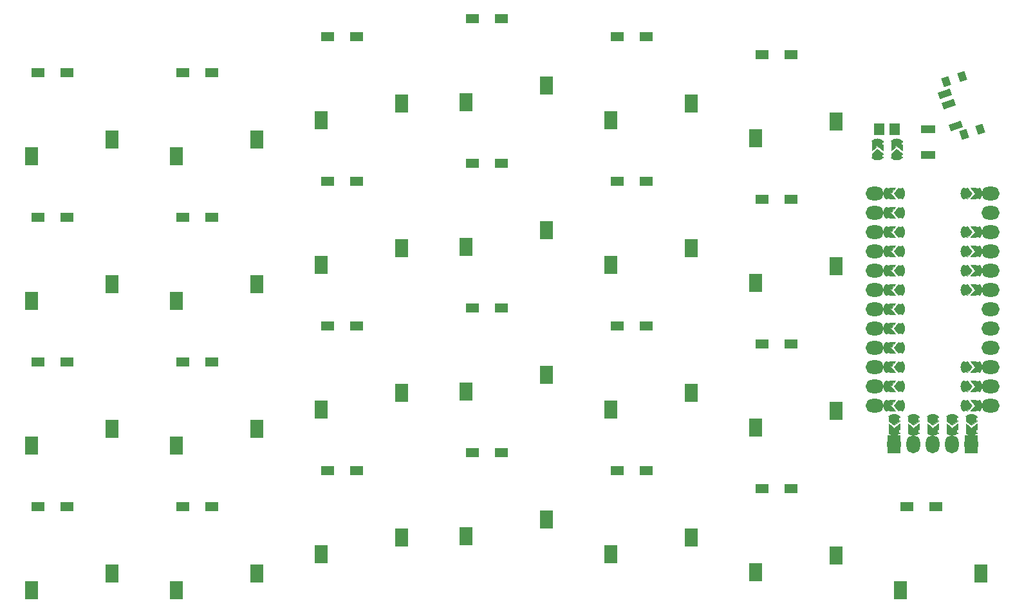
<source format=gbr>
G04 --- HEADER BEGIN --- *
G04 #@! TF.GenerationSoftware,LibrePCB,LibrePCB,0.1.7*
G04 #@! TF.CreationDate,2023-07-24T22:05:17*
G04 #@! TF.ProjectId,kbdkid3,8968376b-f35a-430f-8fb1-af8ab2fa8879,v1*
G04 #@! TF.Part,Single*
G04 #@! TF.SameCoordinates*
G04 #@! TF.FileFunction,Soldermask,Top*
G04 #@! TF.FilePolarity,Negative*
%FSLAX66Y66*%
%MOMM*%
G01*
G75*
G04 --- HEADER END --- *
G04 --- APERTURE LIST BEGIN --- *
%ADD10R,1.8X2.4*%
%ADD11R,1.45X0.6*%
%ADD12C,0.0*%
%ADD13C,0.01*%
%ADD14O,1.4X1.5*%
%ADD15R,1.4X1.5*%
%ADD16R,1.7X1.15*%
%ADD17O,1.787X2.39*%
%ADD18R,1.787X2.39*%
%ADD19R,0.6X1.45*%
%ADD20O,2.39X1.787*%
%ADD21R,1.9X1.0*%
%AMROTATEDRECT22*20,1,0.9,-0.85,0.0,0.85,0.0,19.0*%
%ADD22ROTATEDRECT22*%
%AMROTATEDRECT23*20,1,1.0,-0.6,0.0,0.6,0.0,109.0*%
%ADD23ROTATEDRECT23*%
G04 --- APERTURE LIST END --- *
G04 --- BOARD BEGIN --- *
D10*
G04 #@! TO.C,S253*
X35898750Y5507500D03*
X25298750Y3307500D03*
D11*
G04 #@! TO.C,JP23*
X129928750Y24282500D03*
X129928750Y25882500D03*
D12*
X129203750Y23982500D02*
G03*
X130653750Y23982500I725000J725000D01*
G01*
X130653750Y24082500D01*
X129203750Y24082500D01*
X129203750Y23982500D01*
D13*
G36*
X129203750Y23982500D02*
G03*
X130653750Y23982500I725000J725000D01*
G01*
X130653750Y24082500D01*
X129203750Y24082500D01*
X129203750Y23982500D01*
G37*
D12*
X129203750Y26182500D02*
G02*
X130653750Y26182500I725000J-725000D01*
G01*
X130653750Y26082500D01*
X129203750Y26082500D01*
X129203750Y26182500D01*
D13*
G36*
X129203750Y26182500D02*
G02*
X130653750Y26182500I725000J-725000D01*
G01*
X130653750Y26082500D01*
X129203750Y26082500D01*
X129203750Y26182500D01*
G37*
D12*
X129928750Y25032500D02*
X129203750Y25612500D01*
X129203750Y25612500D01*
X129203750Y25682500D01*
X130653750Y25682500D01*
X130653750Y25612500D01*
X130653750Y25612500D01*
X129928750Y25032500D01*
D13*
G36*
X129928750Y25032500D02*
X129203750Y25612500D01*
X129203750Y25612500D01*
X129203750Y25682500D01*
X130653750Y25682500D01*
X130653750Y25612500D01*
X130653750Y25612500D01*
X129928750Y25032500D01*
G37*
D12*
X129203750Y24482500D02*
X129203750Y25212500D01*
X129928750Y24632500D01*
X130653750Y25212500D01*
X130653750Y24482500D01*
X129203750Y24482500D01*
D13*
G36*
X129203750Y24482500D02*
X129203750Y25212500D01*
X129928750Y24632500D01*
X130653750Y25212500D01*
X130653750Y24482500D01*
X129203750Y24482500D01*
G37*
D10*
G04 #@! TO.C,S240*
X54948750Y67420000D03*
X44348750Y65220000D03*
D14*
G04 #@! TO.C,J2*
X119824375Y63986875D03*
D15*
X117824375Y63986875D03*
D10*
G04 #@! TO.C,S203*
X131148750Y5507500D03*
X120548750Y3307500D03*
D14*
G04 #@! TO.C,J1*
X117824375Y63986875D03*
D15*
X119824375Y63986875D03*
D16*
G04 #@! TO.C,D153*
X102423750Y16668750D03*
X106173750Y16668750D03*
D17*
G04 #@! TO.C,DS2*
X124848750Y22542500D03*
X122308750Y22542500D03*
X119768750Y22542500D03*
X127388750Y22542500D03*
D18*
X129928750Y22542500D03*
D10*
G04 #@! TO.C,S211*
X112098750Y45988750D03*
X101498750Y43788750D03*
D19*
G04 #@! TO.C,JP6*
X130728750Y27622500D03*
X129128750Y27622500D03*
D12*
X131028750Y26897500D02*
G03*
X131028750Y28347500I-725000J725000D01*
G01*
X130928750Y28347500D01*
X130928750Y26897500D01*
X131028750Y26897500D01*
D13*
G36*
X131028750Y26897500D02*
G03*
X131028750Y28347500I-725000J725000D01*
G01*
X130928750Y28347500D01*
X130928750Y26897500D01*
X131028750Y26897500D01*
G37*
D12*
X128828750Y26897500D02*
G02*
X128828750Y28347500I725000J725000D01*
G01*
X128928750Y28347500D01*
X128928750Y26897500D01*
X128828750Y26897500D01*
D13*
G36*
X128828750Y26897500D02*
G02*
X128828750Y28347500I725000J725000D01*
G01*
X128928750Y28347500D01*
X128928750Y26897500D01*
X128828750Y26897500D01*
G37*
D12*
X129978750Y27622500D02*
X129398750Y26897500D01*
X129398750Y26897500D01*
X129328750Y26897500D01*
X129328750Y28347500D01*
X129398750Y28347500D01*
X129398750Y28347500D01*
X129978750Y27622500D01*
D13*
G36*
X129978750Y27622500D02*
X129398750Y26897500D01*
X129398750Y26897500D01*
X129328750Y26897500D01*
X129328750Y28347500D01*
X129398750Y28347500D01*
X129398750Y28347500D01*
X129978750Y27622500D01*
G37*
D12*
X130528750Y26897500D02*
X129798750Y26897500D01*
X130378750Y27622500D01*
X129798750Y28347500D01*
X130528750Y28347500D01*
X130528750Y26897500D01*
D13*
G36*
X130528750Y26897500D02*
X129798750Y26897500D01*
X130378750Y27622500D01*
X129798750Y28347500D01*
X130528750Y28347500D01*
X130528750Y26897500D01*
G37*
D10*
G04 #@! TO.C,S263*
X16848750Y5507500D03*
X6248750Y3307500D03*
G04 #@! TO.C,S241*
X54948750Y48370000D03*
X44348750Y46170000D03*
G04 #@! TO.C,S262*
X16848750Y24557500D03*
X6248750Y22357500D03*
D16*
G04 #@! TO.C,D141*
X83373750Y57150000D03*
X87123750Y57150000D03*
G04 #@! TO.C,D100*
X7173750Y71437500D03*
X10923750Y71437500D03*
G04 #@! TO.C,D163*
X121473750Y14287500D03*
X125223750Y14287500D03*
D10*
G04 #@! TO.C,S261*
X16848750Y43607500D03*
X6248750Y41407500D03*
D20*
G04 #@! TO.C,U1*
X117228750Y45402500D03*
X117228750Y37782500D03*
X132468750Y42862500D03*
X132468750Y35242500D03*
X132468750Y30162500D03*
X117228750Y55562500D03*
X117228750Y32702500D03*
X132468750Y55562500D03*
X132468750Y53022500D03*
X117228750Y50482500D03*
X132468750Y40322500D03*
X132468750Y32702500D03*
X117228750Y30162500D03*
X132468750Y50482500D03*
X132468750Y37782500D03*
X132468750Y45402500D03*
X117228750Y42862500D03*
X117228750Y40322500D03*
X132468750Y27622500D03*
X117228750Y47942500D03*
X117228750Y53022500D03*
X117228750Y27622500D03*
X117228750Y35242500D03*
X132468750Y47942500D03*
D10*
G04 #@! TO.C,S213*
X112098750Y7888750D03*
X101498750Y5688750D03*
D19*
G04 #@! TO.C,JP16*
X118968750Y53022500D03*
X120568750Y53022500D03*
D12*
X118668750Y53747500D02*
G03*
X118668750Y52297500I725000J-725000D01*
G01*
X118768750Y52297500D01*
X118768750Y53747500D01*
X118668750Y53747500D01*
D13*
G36*
X118668750Y53747500D02*
G03*
X118668750Y52297500I725000J-725000D01*
G01*
X118768750Y52297500D01*
X118768750Y53747500D01*
X118668750Y53747500D01*
G37*
D12*
X120868750Y53747500D02*
G02*
X120868750Y52297500I-725000J-725000D01*
G01*
X120768750Y52297500D01*
X120768750Y53747500D01*
X120868750Y53747500D01*
D13*
G36*
X120868750Y53747500D02*
G02*
X120868750Y52297500I-725000J-725000D01*
G01*
X120768750Y52297500D01*
X120768750Y53747500D01*
X120868750Y53747500D01*
G37*
D12*
X119718750Y53022500D02*
X120298750Y53747500D01*
X120298750Y53747500D01*
X120368750Y53747500D01*
X120368750Y52297500D01*
X120298750Y52297500D01*
X120298750Y52297500D01*
X119718750Y53022500D01*
D13*
G36*
X119718750Y53022500D02*
X120298750Y53747500D01*
X120298750Y53747500D01*
X120368750Y53747500D01*
X120368750Y52297500D01*
X120298750Y52297500D01*
X120298750Y52297500D01*
X119718750Y53022500D01*
G37*
D12*
X119168750Y53747500D02*
X119898750Y53747500D01*
X119318750Y53022500D01*
X119898750Y52297500D01*
X119168750Y52297500D01*
X119168750Y53747500D01*
D13*
G36*
X119168750Y53747500D02*
X119898750Y53747500D01*
X119318750Y53022500D01*
X119898750Y52297500D01*
X119168750Y52297500D01*
X119168750Y53747500D01*
G37*
D10*
G04 #@! TO.C,S220*
X93048750Y67420000D03*
X82448750Y65220000D03*
G04 #@! TO.C,S221*
X93048750Y48370000D03*
X82448750Y46170000D03*
G04 #@! TO.C,S231*
X73998750Y50751250D03*
X63398750Y48551250D03*
D21*
G04 #@! TO.C,S3*
X124221875Y64009375D03*
X124221875Y60609375D03*
D19*
G04 #@! TO.C,JP3*
X130728750Y42862500D03*
X129128750Y42862500D03*
D12*
X131028750Y42137500D02*
G03*
X131028750Y43587500I-725000J725000D01*
G01*
X130928750Y43587500D01*
X130928750Y42137500D01*
X131028750Y42137500D01*
D13*
G36*
X131028750Y42137500D02*
G03*
X131028750Y43587500I-725000J725000D01*
G01*
X130928750Y43587500D01*
X130928750Y42137500D01*
X131028750Y42137500D01*
G37*
D12*
X128828750Y42137500D02*
G02*
X128828750Y43587500I725000J725000D01*
G01*
X128928750Y43587500D01*
X128928750Y42137500D01*
X128828750Y42137500D01*
D13*
G36*
X128828750Y42137500D02*
G02*
X128828750Y43587500I725000J725000D01*
G01*
X128928750Y43587500D01*
X128928750Y42137500D01*
X128828750Y42137500D01*
G37*
D12*
X129978750Y42862500D02*
X129398750Y42137500D01*
X129398750Y42137500D01*
X129328750Y42137500D01*
X129328750Y43587500D01*
X129398750Y43587500D01*
X129398750Y43587500D01*
X129978750Y42862500D01*
D13*
G36*
X129978750Y42862500D02*
X129398750Y42137500D01*
X129398750Y42137500D01*
X129328750Y42137500D01*
X129328750Y43587500D01*
X129398750Y43587500D01*
X129398750Y43587500D01*
X129978750Y42862500D01*
G37*
D12*
X130528750Y42137500D02*
X129798750Y42137500D01*
X130378750Y42862500D01*
X129798750Y43587500D01*
X130528750Y43587500D01*
X130528750Y42137500D01*
D13*
G36*
X130528750Y42137500D02*
X129798750Y42137500D01*
X130378750Y42862500D01*
X129798750Y43587500D01*
X130528750Y43587500D01*
X130528750Y42137500D01*
G37*
D19*
G04 #@! TO.C,JP13*
X118968750Y42862500D03*
X120568750Y42862500D03*
D12*
X118668750Y43587500D02*
G03*
X118668750Y42137500I725000J-725000D01*
G01*
X118768750Y42137500D01*
X118768750Y43587500D01*
X118668750Y43587500D01*
D13*
G36*
X118668750Y43587500D02*
G03*
X118668750Y42137500I725000J-725000D01*
G01*
X118768750Y42137500D01*
X118768750Y43587500D01*
X118668750Y43587500D01*
G37*
D12*
X120868750Y43587500D02*
G02*
X120868750Y42137500I-725000J-725000D01*
G01*
X120768750Y42137500D01*
X120768750Y43587500D01*
X120868750Y43587500D01*
D13*
G36*
X120868750Y43587500D02*
G02*
X120868750Y42137500I-725000J-725000D01*
G01*
X120768750Y42137500D01*
X120768750Y43587500D01*
X120868750Y43587500D01*
G37*
D12*
X119718750Y42862500D02*
X120298750Y43587500D01*
X120298750Y43587500D01*
X120368750Y43587500D01*
X120368750Y42137500D01*
X120298750Y42137500D01*
X120298750Y42137500D01*
X119718750Y42862500D01*
D13*
G36*
X119718750Y42862500D02*
X120298750Y43587500D01*
X120298750Y43587500D01*
X120368750Y43587500D01*
X120368750Y42137500D01*
X120298750Y42137500D01*
X120298750Y42137500D01*
X119718750Y42862500D01*
G37*
D12*
X119168750Y43587500D02*
X119898750Y43587500D01*
X119318750Y42862500D01*
X119898750Y42137500D01*
X119168750Y42137500D01*
X119168750Y43587500D01*
D13*
G36*
X119168750Y43587500D02*
X119898750Y43587500D01*
X119318750Y42862500D01*
X119898750Y42137500D01*
X119168750Y42137500D01*
X119168750Y43587500D01*
G37*
D16*
G04 #@! TO.C,D142*
X83373750Y38100000D03*
X87123750Y38100000D03*
D19*
G04 #@! TO.C,JP11*
X118968750Y37782500D03*
X120568750Y37782500D03*
D12*
X118668750Y38507500D02*
G03*
X118668750Y37057500I725000J-725000D01*
G01*
X118768750Y37057500D01*
X118768750Y38507500D01*
X118668750Y38507500D01*
D13*
G36*
X118668750Y38507500D02*
G03*
X118668750Y37057500I725000J-725000D01*
G01*
X118768750Y37057500D01*
X118768750Y38507500D01*
X118668750Y38507500D01*
G37*
D12*
X120868750Y38507500D02*
G02*
X120868750Y37057500I-725000J-725000D01*
G01*
X120768750Y37057500D01*
X120768750Y38507500D01*
X120868750Y38507500D01*
D13*
G36*
X120868750Y38507500D02*
G02*
X120868750Y37057500I-725000J-725000D01*
G01*
X120768750Y37057500D01*
X120768750Y38507500D01*
X120868750Y38507500D01*
G37*
D12*
X119718750Y37782500D02*
X120298750Y38507500D01*
X120298750Y38507500D01*
X120368750Y38507500D01*
X120368750Y37057500D01*
X120298750Y37057500D01*
X120298750Y37057500D01*
X119718750Y37782500D01*
D13*
G36*
X119718750Y37782500D02*
X120298750Y38507500D01*
X120298750Y38507500D01*
X120368750Y38507500D01*
X120368750Y37057500D01*
X120298750Y37057500D01*
X120298750Y37057500D01*
X119718750Y37782500D01*
G37*
D12*
X119168750Y38507500D02*
X119898750Y38507500D01*
X119318750Y37782500D01*
X119898750Y37057500D01*
X119168750Y37057500D01*
X119168750Y38507500D01*
D13*
G36*
X119168750Y38507500D02*
X119898750Y38507500D01*
X119318750Y37782500D01*
X119898750Y37057500D01*
X119168750Y37057500D01*
X119168750Y38507500D01*
G37*
D16*
G04 #@! TO.C,D103*
X7173750Y14287500D03*
X10923750Y14287500D03*
G04 #@! TO.C,D133*
X64323750Y21431250D03*
X68073750Y21431250D03*
D19*
G04 #@! TO.C,JP52*
X130728750Y47942500D03*
X129128750Y47942500D03*
D12*
X131028750Y47217500D02*
G03*
X131028750Y48667500I-725000J725000D01*
G01*
X130928750Y48667500D01*
X130928750Y47217500D01*
X131028750Y47217500D01*
D13*
G36*
X131028750Y47217500D02*
G03*
X131028750Y48667500I-725000J725000D01*
G01*
X130928750Y48667500D01*
X130928750Y47217500D01*
X131028750Y47217500D01*
G37*
D12*
X128828750Y47217500D02*
G02*
X128828750Y48667500I725000J725000D01*
G01*
X128928750Y48667500D01*
X128928750Y47217500D01*
X128828750Y47217500D01*
D13*
G36*
X128828750Y47217500D02*
G02*
X128828750Y48667500I725000J725000D01*
G01*
X128928750Y48667500D01*
X128928750Y47217500D01*
X128828750Y47217500D01*
G37*
D12*
X129978750Y47942500D02*
X129398750Y47217500D01*
X129398750Y47217500D01*
X129328750Y47217500D01*
X129328750Y48667500D01*
X129398750Y48667500D01*
X129398750Y48667500D01*
X129978750Y47942500D01*
D13*
G36*
X129978750Y47942500D02*
X129398750Y47217500D01*
X129398750Y47217500D01*
X129328750Y47217500D01*
X129328750Y48667500D01*
X129398750Y48667500D01*
X129398750Y48667500D01*
X129978750Y47942500D01*
G37*
D12*
X130528750Y47217500D02*
X129798750Y47217500D01*
X130378750Y47942500D01*
X129798750Y48667500D01*
X130528750Y48667500D01*
X130528750Y47217500D01*
D13*
G36*
X130528750Y47217500D02*
X129798750Y47217500D01*
X130378750Y47942500D01*
X129798750Y48667500D01*
X130528750Y48667500D01*
X130528750Y47217500D01*
G37*
D16*
G04 #@! TO.C,D143*
X83373750Y19050000D03*
X87123750Y19050000D03*
D22*
G04 #@! TO.C,S1*
X127903496Y64454089D03*
X126926791Y67290645D03*
D23*
X128677372Y70960518D03*
X131054019Y64058232D03*
X128973878Y63341982D03*
D22*
X126438439Y68708923D03*
D23*
X126597231Y70244268D03*
D10*
G04 #@! TO.C,S242*
X54948750Y29320000D03*
X44348750Y27120000D03*
D19*
G04 #@! TO.C,JP18*
X118968750Y47942500D03*
X120568750Y47942500D03*
D12*
X118668750Y48667500D02*
G03*
X118668750Y47217500I725000J-725000D01*
G01*
X118768750Y47217500D01*
X118768750Y48667500D01*
X118668750Y48667500D01*
D13*
G36*
X118668750Y48667500D02*
G03*
X118668750Y47217500I725000J-725000D01*
G01*
X118768750Y47217500D01*
X118768750Y48667500D01*
X118668750Y48667500D01*
G37*
D12*
X120868750Y48667500D02*
G02*
X120868750Y47217500I-725000J-725000D01*
G01*
X120768750Y47217500D01*
X120768750Y48667500D01*
X120868750Y48667500D01*
D13*
G36*
X120868750Y48667500D02*
G02*
X120868750Y47217500I-725000J-725000D01*
G01*
X120768750Y47217500D01*
X120768750Y48667500D01*
X120868750Y48667500D01*
G37*
D12*
X119718750Y47942500D02*
X120298750Y48667500D01*
X120298750Y48667500D01*
X120368750Y48667500D01*
X120368750Y47217500D01*
X120298750Y47217500D01*
X120298750Y47217500D01*
X119718750Y47942500D01*
D13*
G36*
X119718750Y47942500D02*
X120298750Y48667500D01*
X120298750Y48667500D01*
X120368750Y48667500D01*
X120368750Y47217500D01*
X120298750Y47217500D01*
X120298750Y47217500D01*
X119718750Y47942500D01*
G37*
D12*
X119168750Y48667500D02*
X119898750Y48667500D01*
X119318750Y47942500D01*
X119898750Y47217500D01*
X119168750Y47217500D01*
X119168750Y48667500D01*
D13*
G36*
X119168750Y48667500D02*
X119898750Y48667500D01*
X119318750Y47942500D01*
X119898750Y47217500D01*
X119168750Y47217500D01*
X119168750Y48667500D01*
G37*
D10*
G04 #@! TO.C,S233*
X73998750Y12651250D03*
X63398750Y10451250D03*
D16*
G04 #@! TO.C,D112*
X26223750Y33337500D03*
X29973750Y33337500D03*
G04 #@! TO.C,D152*
X102423750Y35718750D03*
X106173750Y35718750D03*
D19*
G04 #@! TO.C,JP12*
X118968750Y40322500D03*
X120568750Y40322500D03*
D12*
X118668750Y41047500D02*
G03*
X118668750Y39597500I725000J-725000D01*
G01*
X118768750Y39597500D01*
X118768750Y41047500D01*
X118668750Y41047500D01*
D13*
G36*
X118668750Y41047500D02*
G03*
X118668750Y39597500I725000J-725000D01*
G01*
X118768750Y39597500D01*
X118768750Y41047500D01*
X118668750Y41047500D01*
G37*
D12*
X120868750Y41047500D02*
G02*
X120868750Y39597500I-725000J-725000D01*
G01*
X120768750Y39597500D01*
X120768750Y41047500D01*
X120868750Y41047500D01*
D13*
G36*
X120868750Y41047500D02*
G02*
X120868750Y39597500I-725000J-725000D01*
G01*
X120768750Y39597500D01*
X120768750Y41047500D01*
X120868750Y41047500D01*
G37*
D12*
X119718750Y40322500D02*
X120298750Y41047500D01*
X120298750Y41047500D01*
X120368750Y41047500D01*
X120368750Y39597500D01*
X120298750Y39597500D01*
X120298750Y39597500D01*
X119718750Y40322500D01*
D13*
G36*
X119718750Y40322500D02*
X120298750Y41047500D01*
X120298750Y41047500D01*
X120368750Y41047500D01*
X120368750Y39597500D01*
X120298750Y39597500D01*
X120298750Y39597500D01*
X119718750Y40322500D01*
G37*
D12*
X119168750Y41047500D02*
X119898750Y41047500D01*
X119318750Y40322500D01*
X119898750Y39597500D01*
X119168750Y39597500D01*
X119168750Y41047500D01*
D13*
G36*
X119168750Y41047500D02*
X119898750Y41047500D01*
X119318750Y40322500D01*
X119898750Y39597500D01*
X119168750Y39597500D01*
X119168750Y41047500D01*
G37*
D16*
G04 #@! TO.C,D113*
X26223750Y14287500D03*
X29973750Y14287500D03*
G04 #@! TO.C,D150*
X102423750Y73818750D03*
X106173750Y73818750D03*
D10*
G04 #@! TO.C,S251*
X35898750Y43607500D03*
X25298750Y41407500D03*
D16*
G04 #@! TO.C,D140*
X83373750Y76200000D03*
X87123750Y76200000D03*
D19*
G04 #@! TO.C,JP8*
X118968750Y32702500D03*
X120568750Y32702500D03*
D12*
X118668750Y33427500D02*
G03*
X118668750Y31977500I725000J-725000D01*
G01*
X118768750Y31977500D01*
X118768750Y33427500D01*
X118668750Y33427500D01*
D13*
G36*
X118668750Y33427500D02*
G03*
X118668750Y31977500I725000J-725000D01*
G01*
X118768750Y31977500D01*
X118768750Y33427500D01*
X118668750Y33427500D01*
G37*
D12*
X120868750Y33427500D02*
G02*
X120868750Y31977500I-725000J-725000D01*
G01*
X120768750Y31977500D01*
X120768750Y33427500D01*
X120868750Y33427500D01*
D13*
G36*
X120868750Y33427500D02*
G02*
X120868750Y31977500I-725000J-725000D01*
G01*
X120768750Y31977500D01*
X120768750Y33427500D01*
X120868750Y33427500D01*
G37*
D12*
X119718750Y32702500D02*
X120298750Y33427500D01*
X120298750Y33427500D01*
X120368750Y33427500D01*
X120368750Y31977500D01*
X120298750Y31977500D01*
X120298750Y31977500D01*
X119718750Y32702500D01*
D13*
G36*
X119718750Y32702500D02*
X120298750Y33427500D01*
X120298750Y33427500D01*
X120368750Y33427500D01*
X120368750Y31977500D01*
X120298750Y31977500D01*
X120298750Y31977500D01*
X119718750Y32702500D01*
G37*
D12*
X119168750Y33427500D02*
X119898750Y33427500D01*
X119318750Y32702500D01*
X119898750Y31977500D01*
X119168750Y31977500D01*
X119168750Y33427500D01*
D13*
G36*
X119168750Y33427500D02*
X119898750Y33427500D01*
X119318750Y32702500D01*
X119898750Y31977500D01*
X119168750Y31977500D01*
X119168750Y33427500D01*
G37*
D16*
G04 #@! TO.C,D131*
X64323750Y59531250D03*
X68073750Y59531250D03*
G04 #@! TO.C,D122*
X45273750Y38100000D03*
X49023750Y38100000D03*
D10*
G04 #@! TO.C,S230*
X73998750Y69801250D03*
X63398750Y67601250D03*
D19*
G04 #@! TO.C,JP7*
X118968750Y27622500D03*
X120568750Y27622500D03*
D12*
X118668750Y28347500D02*
G03*
X118668750Y26897500I725000J-725000D01*
G01*
X118768750Y26897500D01*
X118768750Y28347500D01*
X118668750Y28347500D01*
D13*
G36*
X118668750Y28347500D02*
G03*
X118668750Y26897500I725000J-725000D01*
G01*
X118768750Y26897500D01*
X118768750Y28347500D01*
X118668750Y28347500D01*
G37*
D12*
X120868750Y28347500D02*
G02*
X120868750Y26897500I-725000J-725000D01*
G01*
X120768750Y26897500D01*
X120768750Y28347500D01*
X120868750Y28347500D01*
D13*
G36*
X120868750Y28347500D02*
G02*
X120868750Y26897500I-725000J-725000D01*
G01*
X120768750Y26897500D01*
X120768750Y28347500D01*
X120868750Y28347500D01*
G37*
D12*
X119718750Y27622500D02*
X120298750Y28347500D01*
X120298750Y28347500D01*
X120368750Y28347500D01*
X120368750Y26897500D01*
X120298750Y26897500D01*
X120298750Y26897500D01*
X119718750Y27622500D01*
D13*
G36*
X119718750Y27622500D02*
X120298750Y28347500D01*
X120298750Y28347500D01*
X120368750Y28347500D01*
X120368750Y26897500D01*
X120298750Y26897500D01*
X120298750Y26897500D01*
X119718750Y27622500D01*
G37*
D12*
X119168750Y28347500D02*
X119898750Y28347500D01*
X119318750Y27622500D01*
X119898750Y26897500D01*
X119168750Y26897500D01*
X119168750Y28347500D01*
D13*
G36*
X119168750Y28347500D02*
X119898750Y28347500D01*
X119318750Y27622500D01*
X119898750Y26897500D01*
X119168750Y26897500D01*
X119168750Y28347500D01*
G37*
D16*
G04 #@! TO.C,D123*
X45273750Y19050000D03*
X49023750Y19050000D03*
D10*
G04 #@! TO.C,S250*
X35898750Y62657500D03*
X25298750Y60457500D03*
G04 #@! TO.C,S222*
X93048750Y29320000D03*
X82448750Y27120000D03*
G04 #@! TO.C,S212*
X112098750Y26938750D03*
X101498750Y24738750D03*
D16*
G04 #@! TO.C,D130*
X64323750Y78581250D03*
X68073750Y78581250D03*
D10*
G04 #@! TO.C,S252*
X35898750Y24557500D03*
X25298750Y22357500D03*
D11*
G04 #@! TO.C,JP47*
X120094375Y62156875D03*
X120094375Y60556875D03*
D12*
X120819375Y62456875D02*
G03*
X119369375Y62456875I-725000J-725000D01*
G01*
X119369375Y62356875D01*
X120819375Y62356875D01*
X120819375Y62456875D01*
D13*
G36*
X120819375Y62456875D02*
G03*
X119369375Y62456875I-725000J-725000D01*
G01*
X119369375Y62356875D01*
X120819375Y62356875D01*
X120819375Y62456875D01*
G37*
D12*
X120819375Y60256875D02*
G02*
X119369375Y60256875I-725000J725000D01*
G01*
X119369375Y60356875D01*
X120819375Y60356875D01*
X120819375Y60256875D01*
D13*
G36*
X120819375Y60256875D02*
G02*
X119369375Y60256875I-725000J725000D01*
G01*
X119369375Y60356875D01*
X120819375Y60356875D01*
X120819375Y60256875D01*
G37*
D12*
X120094375Y61406875D02*
X120819375Y60826875D01*
X120819375Y60826875D01*
X120819375Y60756875D01*
X119369375Y60756875D01*
X119369375Y60826875D01*
X119369375Y60826875D01*
X120094375Y61406875D01*
D13*
G36*
X120094375Y61406875D02*
X120819375Y60826875D01*
X120819375Y60826875D01*
X120819375Y60756875D01*
X119369375Y60756875D01*
X119369375Y60826875D01*
X119369375Y60826875D01*
X120094375Y61406875D01*
G37*
D12*
X120819375Y61956875D02*
X120819375Y61226875D01*
X120094375Y61806875D01*
X119369375Y61226875D01*
X119369375Y61956875D01*
X120819375Y61956875D01*
D13*
G36*
X120819375Y61956875D02*
X120819375Y61226875D01*
X120094375Y61806875D01*
X119369375Y61226875D01*
X119369375Y61956875D01*
X120819375Y61956875D01*
G37*
D17*
G04 #@! TO.C,DS1*
X124848750Y22542500D03*
X127388750Y22542500D03*
X129928750Y22542500D03*
X122308750Y22542500D03*
D18*
X119768750Y22542500D03*
D16*
G04 #@! TO.C,D132*
X64323750Y40481250D03*
X68073750Y40481250D03*
G04 #@! TO.C,D151*
X102423750Y54768750D03*
X106173750Y54768750D03*
D11*
G04 #@! TO.C,JP22*
X122308750Y24282500D03*
X122308750Y25882500D03*
D12*
X121583750Y23982500D02*
G03*
X123033750Y23982500I725000J725000D01*
G01*
X123033750Y24082500D01*
X121583750Y24082500D01*
X121583750Y23982500D01*
D13*
G36*
X121583750Y23982500D02*
G03*
X123033750Y23982500I725000J725000D01*
G01*
X123033750Y24082500D01*
X121583750Y24082500D01*
X121583750Y23982500D01*
G37*
D12*
X121583750Y26182500D02*
G02*
X123033750Y26182500I725000J-725000D01*
G01*
X123033750Y26082500D01*
X121583750Y26082500D01*
X121583750Y26182500D01*
D13*
G36*
X121583750Y26182500D02*
G02*
X123033750Y26182500I725000J-725000D01*
G01*
X123033750Y26082500D01*
X121583750Y26082500D01*
X121583750Y26182500D01*
G37*
D12*
X122308750Y25032500D02*
X121583750Y25612500D01*
X121583750Y25612500D01*
X121583750Y25682500D01*
X123033750Y25682500D01*
X123033750Y25612500D01*
X123033750Y25612500D01*
X122308750Y25032500D01*
D13*
G36*
X122308750Y25032500D02*
X121583750Y25612500D01*
X121583750Y25612500D01*
X121583750Y25682500D01*
X123033750Y25682500D01*
X123033750Y25612500D01*
X123033750Y25612500D01*
X122308750Y25032500D01*
G37*
D12*
X121583750Y24482500D02*
X121583750Y25212500D01*
X122308750Y24632500D01*
X123033750Y25212500D01*
X123033750Y24482500D01*
X121583750Y24482500D01*
D13*
G36*
X121583750Y24482500D02*
X121583750Y25212500D01*
X122308750Y24632500D01*
X123033750Y25212500D01*
X123033750Y24482500D01*
X121583750Y24482500D01*
G37*
D19*
G04 #@! TO.C,JP5*
X130728750Y30162500D03*
X129128750Y30162500D03*
D12*
X131028750Y29437500D02*
G03*
X131028750Y30887500I-725000J725000D01*
G01*
X130928750Y30887500D01*
X130928750Y29437500D01*
X131028750Y29437500D01*
D13*
G36*
X131028750Y29437500D02*
G03*
X131028750Y30887500I-725000J725000D01*
G01*
X130928750Y30887500D01*
X130928750Y29437500D01*
X131028750Y29437500D01*
G37*
D12*
X128828750Y29437500D02*
G02*
X128828750Y30887500I725000J725000D01*
G01*
X128928750Y30887500D01*
X128928750Y29437500D01*
X128828750Y29437500D01*
D13*
G36*
X128828750Y29437500D02*
G02*
X128828750Y30887500I725000J725000D01*
G01*
X128928750Y30887500D01*
X128928750Y29437500D01*
X128828750Y29437500D01*
G37*
D12*
X129978750Y30162500D02*
X129398750Y29437500D01*
X129398750Y29437500D01*
X129328750Y29437500D01*
X129328750Y30887500D01*
X129398750Y30887500D01*
X129398750Y30887500D01*
X129978750Y30162500D01*
D13*
G36*
X129978750Y30162500D02*
X129398750Y29437500D01*
X129398750Y29437500D01*
X129328750Y29437500D01*
X129328750Y30887500D01*
X129398750Y30887500D01*
X129398750Y30887500D01*
X129978750Y30162500D01*
G37*
D12*
X130528750Y29437500D02*
X129798750Y29437500D01*
X130378750Y30162500D01*
X129798750Y30887500D01*
X130528750Y30887500D01*
X130528750Y29437500D01*
D13*
G36*
X130528750Y29437500D02*
X129798750Y29437500D01*
X130378750Y30162500D01*
X129798750Y30887500D01*
X130528750Y30887500D01*
X130528750Y29437500D01*
G37*
D10*
G04 #@! TO.C,S232*
X73998750Y31701250D03*
X63398750Y29501250D03*
D20*
G04 #@! TO.C,U2*
X132468750Y45402500D03*
X132468750Y37782500D03*
X117228750Y42862500D03*
X117228750Y35242500D03*
X117228750Y30162500D03*
X132468750Y55562500D03*
X132468750Y32702500D03*
X117228750Y55562500D03*
X117228750Y53022500D03*
X132468750Y50482500D03*
X117228750Y40322500D03*
X117228750Y32702500D03*
X132468750Y30162500D03*
X117228750Y50482500D03*
X117228750Y37782500D03*
X117228750Y45402500D03*
X132468750Y42862500D03*
X132468750Y40322500D03*
X117228750Y27622500D03*
X132468750Y47942500D03*
X132468750Y53022500D03*
X132468750Y27622500D03*
X132468750Y35242500D03*
X117228750Y47942500D03*
D10*
G04 #@! TO.C,S223*
X93048750Y10270000D03*
X82448750Y8070000D03*
D19*
G04 #@! TO.C,JP51*
X130728750Y50482500D03*
X129128750Y50482500D03*
D12*
X131028750Y49757500D02*
G03*
X131028750Y51207500I-725000J725000D01*
G01*
X130928750Y51207500D01*
X130928750Y49757500D01*
X131028750Y49757500D01*
D13*
G36*
X131028750Y49757500D02*
G03*
X131028750Y51207500I-725000J725000D01*
G01*
X130928750Y51207500D01*
X130928750Y49757500D01*
X131028750Y49757500D01*
G37*
D12*
X128828750Y49757500D02*
G02*
X128828750Y51207500I725000J725000D01*
G01*
X128928750Y51207500D01*
X128928750Y49757500D01*
X128828750Y49757500D01*
D13*
G36*
X128828750Y49757500D02*
G02*
X128828750Y51207500I725000J725000D01*
G01*
X128928750Y51207500D01*
X128928750Y49757500D01*
X128828750Y49757500D01*
G37*
D12*
X129978750Y50482500D02*
X129398750Y49757500D01*
X129398750Y49757500D01*
X129328750Y49757500D01*
X129328750Y51207500D01*
X129398750Y51207500D01*
X129398750Y51207500D01*
X129978750Y50482500D01*
D13*
G36*
X129978750Y50482500D02*
X129398750Y49757500D01*
X129398750Y49757500D01*
X129328750Y49757500D01*
X129328750Y51207500D01*
X129398750Y51207500D01*
X129398750Y51207500D01*
X129978750Y50482500D01*
G37*
D12*
X130528750Y49757500D02*
X129798750Y49757500D01*
X130378750Y50482500D01*
X129798750Y51207500D01*
X130528750Y51207500D01*
X130528750Y49757500D01*
D13*
G36*
X130528750Y49757500D02*
X129798750Y49757500D01*
X130378750Y50482500D01*
X129798750Y51207500D01*
X130528750Y51207500D01*
X130528750Y49757500D01*
G37*
D16*
G04 #@! TO.C,D110*
X26223750Y71437500D03*
X29973750Y71437500D03*
G04 #@! TO.C,D121*
X45273750Y57150000D03*
X49023750Y57150000D03*
D11*
G04 #@! TO.C,JP19*
X124848750Y24282500D03*
X124848750Y25882500D03*
D12*
X124123750Y23982500D02*
G03*
X125573750Y23982500I725000J725000D01*
G01*
X125573750Y24082500D01*
X124123750Y24082500D01*
X124123750Y23982500D01*
D13*
G36*
X124123750Y23982500D02*
G03*
X125573750Y23982500I725000J725000D01*
G01*
X125573750Y24082500D01*
X124123750Y24082500D01*
X124123750Y23982500D01*
G37*
D12*
X124123750Y26182500D02*
G02*
X125573750Y26182500I725000J-725000D01*
G01*
X125573750Y26082500D01*
X124123750Y26082500D01*
X124123750Y26182500D01*
D13*
G36*
X124123750Y26182500D02*
G02*
X125573750Y26182500I725000J-725000D01*
G01*
X125573750Y26082500D01*
X124123750Y26082500D01*
X124123750Y26182500D01*
G37*
D12*
X124848750Y25032500D02*
X124123750Y25612500D01*
X124123750Y25612500D01*
X124123750Y25682500D01*
X125573750Y25682500D01*
X125573750Y25612500D01*
X125573750Y25612500D01*
X124848750Y25032500D01*
D13*
G36*
X124848750Y25032500D02*
X124123750Y25612500D01*
X124123750Y25612500D01*
X124123750Y25682500D01*
X125573750Y25682500D01*
X125573750Y25612500D01*
X125573750Y25612500D01*
X124848750Y25032500D01*
G37*
D12*
X124123750Y24482500D02*
X124123750Y25212500D01*
X124848750Y24632500D01*
X125573750Y25212500D01*
X125573750Y24482500D01*
X124123750Y24482500D01*
D13*
G36*
X124123750Y24482500D02*
X124123750Y25212500D01*
X124848750Y24632500D01*
X125573750Y25212500D01*
X125573750Y24482500D01*
X124123750Y24482500D01*
G37*
D16*
G04 #@! TO.C,D101*
X7173750Y52387500D03*
X10923750Y52387500D03*
D11*
G04 #@! TO.C,JP20*
X127388750Y24282500D03*
X127388750Y25882500D03*
D12*
X126663750Y23982500D02*
G03*
X128113750Y23982500I725000J725000D01*
G01*
X128113750Y24082500D01*
X126663750Y24082500D01*
X126663750Y23982500D01*
D13*
G36*
X126663750Y23982500D02*
G03*
X128113750Y23982500I725000J725000D01*
G01*
X128113750Y24082500D01*
X126663750Y24082500D01*
X126663750Y23982500D01*
G37*
D12*
X126663750Y26182500D02*
G02*
X128113750Y26182500I725000J-725000D01*
G01*
X128113750Y26082500D01*
X126663750Y26082500D01*
X126663750Y26182500D01*
D13*
G36*
X126663750Y26182500D02*
G02*
X128113750Y26182500I725000J-725000D01*
G01*
X128113750Y26082500D01*
X126663750Y26082500D01*
X126663750Y26182500D01*
G37*
D12*
X127388750Y25032500D02*
X126663750Y25612500D01*
X126663750Y25612500D01*
X126663750Y25682500D01*
X128113750Y25682500D01*
X128113750Y25612500D01*
X128113750Y25612500D01*
X127388750Y25032500D01*
D13*
G36*
X127388750Y25032500D02*
X126663750Y25612500D01*
X126663750Y25612500D01*
X126663750Y25682500D01*
X128113750Y25682500D01*
X128113750Y25612500D01*
X128113750Y25612500D01*
X127388750Y25032500D01*
G37*
D12*
X126663750Y24482500D02*
X126663750Y25212500D01*
X127388750Y24632500D01*
X128113750Y25212500D01*
X128113750Y24482500D01*
X126663750Y24482500D01*
D13*
G36*
X126663750Y24482500D02*
X126663750Y25212500D01*
X127388750Y24632500D01*
X128113750Y25212500D01*
X128113750Y24482500D01*
X126663750Y24482500D01*
G37*
D19*
G04 #@! TO.C,JP4*
X130728750Y32702500D03*
X129128750Y32702500D03*
D12*
X131028750Y31977500D02*
G03*
X131028750Y33427500I-725000J725000D01*
G01*
X130928750Y33427500D01*
X130928750Y31977500D01*
X131028750Y31977500D01*
D13*
G36*
X131028750Y31977500D02*
G03*
X131028750Y33427500I-725000J725000D01*
G01*
X130928750Y33427500D01*
X130928750Y31977500D01*
X131028750Y31977500D01*
G37*
D12*
X128828750Y31977500D02*
G02*
X128828750Y33427500I725000J725000D01*
G01*
X128928750Y33427500D01*
X128928750Y31977500D01*
X128828750Y31977500D01*
D13*
G36*
X128828750Y31977500D02*
G02*
X128828750Y33427500I725000J725000D01*
G01*
X128928750Y33427500D01*
X128928750Y31977500D01*
X128828750Y31977500D01*
G37*
D12*
X129978750Y32702500D02*
X129398750Y31977500D01*
X129398750Y31977500D01*
X129328750Y31977500D01*
X129328750Y33427500D01*
X129398750Y33427500D01*
X129398750Y33427500D01*
X129978750Y32702500D01*
D13*
G36*
X129978750Y32702500D02*
X129398750Y31977500D01*
X129398750Y31977500D01*
X129328750Y31977500D01*
X129328750Y33427500D01*
X129398750Y33427500D01*
X129398750Y33427500D01*
X129978750Y32702500D01*
G37*
D12*
X130528750Y31977500D02*
X129798750Y31977500D01*
X130378750Y32702500D01*
X129798750Y33427500D01*
X130528750Y33427500D01*
X130528750Y31977500D01*
D13*
G36*
X130528750Y31977500D02*
X129798750Y31977500D01*
X130378750Y32702500D01*
X129798750Y33427500D01*
X130528750Y33427500D01*
X130528750Y31977500D01*
G37*
D19*
G04 #@! TO.C,JP2*
X130728750Y45402500D03*
X129128750Y45402500D03*
D12*
X131028750Y44677500D02*
G03*
X131028750Y46127500I-725000J725000D01*
G01*
X130928750Y46127500D01*
X130928750Y44677500D01*
X131028750Y44677500D01*
D13*
G36*
X131028750Y44677500D02*
G03*
X131028750Y46127500I-725000J725000D01*
G01*
X130928750Y46127500D01*
X130928750Y44677500D01*
X131028750Y44677500D01*
G37*
D12*
X128828750Y44677500D02*
G02*
X128828750Y46127500I725000J725000D01*
G01*
X128928750Y46127500D01*
X128928750Y44677500D01*
X128828750Y44677500D01*
D13*
G36*
X128828750Y44677500D02*
G02*
X128828750Y46127500I725000J725000D01*
G01*
X128928750Y46127500D01*
X128928750Y44677500D01*
X128828750Y44677500D01*
G37*
D12*
X129978750Y45402500D02*
X129398750Y44677500D01*
X129398750Y44677500D01*
X129328750Y44677500D01*
X129328750Y46127500D01*
X129398750Y46127500D01*
X129398750Y46127500D01*
X129978750Y45402500D01*
D13*
G36*
X129978750Y45402500D02*
X129398750Y44677500D01*
X129398750Y44677500D01*
X129328750Y44677500D01*
X129328750Y46127500D01*
X129398750Y46127500D01*
X129398750Y46127500D01*
X129978750Y45402500D01*
G37*
D12*
X130528750Y44677500D02*
X129798750Y44677500D01*
X130378750Y45402500D01*
X129798750Y46127500D01*
X130528750Y46127500D01*
X130528750Y44677500D01*
D13*
G36*
X130528750Y44677500D02*
X129798750Y44677500D01*
X130378750Y45402500D01*
X129798750Y46127500D01*
X130528750Y46127500D01*
X130528750Y44677500D01*
G37*
D19*
G04 #@! TO.C,JP10*
X118968750Y30162500D03*
X120568750Y30162500D03*
D12*
X118668750Y30887500D02*
G03*
X118668750Y29437500I725000J-725000D01*
G01*
X118768750Y29437500D01*
X118768750Y30887500D01*
X118668750Y30887500D01*
D13*
G36*
X118668750Y30887500D02*
G03*
X118668750Y29437500I725000J-725000D01*
G01*
X118768750Y29437500D01*
X118768750Y30887500D01*
X118668750Y30887500D01*
G37*
D12*
X120868750Y30887500D02*
G02*
X120868750Y29437500I-725000J-725000D01*
G01*
X120768750Y29437500D01*
X120768750Y30887500D01*
X120868750Y30887500D01*
D13*
G36*
X120868750Y30887500D02*
G02*
X120868750Y29437500I-725000J-725000D01*
G01*
X120768750Y29437500D01*
X120768750Y30887500D01*
X120868750Y30887500D01*
G37*
D12*
X119718750Y30162500D02*
X120298750Y30887500D01*
X120298750Y30887500D01*
X120368750Y30887500D01*
X120368750Y29437500D01*
X120298750Y29437500D01*
X120298750Y29437500D01*
X119718750Y30162500D01*
D13*
G36*
X119718750Y30162500D02*
X120298750Y30887500D01*
X120298750Y30887500D01*
X120368750Y30887500D01*
X120368750Y29437500D01*
X120298750Y29437500D01*
X120298750Y29437500D01*
X119718750Y30162500D01*
G37*
D12*
X119168750Y30887500D02*
X119898750Y30887500D01*
X119318750Y30162500D01*
X119898750Y29437500D01*
X119168750Y29437500D01*
X119168750Y30887500D01*
D13*
G36*
X119168750Y30887500D02*
X119898750Y30887500D01*
X119318750Y30162500D01*
X119898750Y29437500D01*
X119168750Y29437500D01*
X119168750Y30887500D01*
G37*
D11*
G04 #@! TO.C,JP48*
X117554375Y62156875D03*
X117554375Y60556875D03*
D12*
X118279375Y62456875D02*
G03*
X116829375Y62456875I-725000J-725000D01*
G01*
X116829375Y62356875D01*
X118279375Y62356875D01*
X118279375Y62456875D01*
D13*
G36*
X118279375Y62456875D02*
G03*
X116829375Y62456875I-725000J-725000D01*
G01*
X116829375Y62356875D01*
X118279375Y62356875D01*
X118279375Y62456875D01*
G37*
D12*
X118279375Y60256875D02*
G02*
X116829375Y60256875I-725000J725000D01*
G01*
X116829375Y60356875D01*
X118279375Y60356875D01*
X118279375Y60256875D01*
D13*
G36*
X118279375Y60256875D02*
G02*
X116829375Y60256875I-725000J725000D01*
G01*
X116829375Y60356875D01*
X118279375Y60356875D01*
X118279375Y60256875D01*
G37*
D12*
X117554375Y61406875D02*
X118279375Y60826875D01*
X118279375Y60826875D01*
X118279375Y60756875D01*
X116829375Y60756875D01*
X116829375Y60826875D01*
X116829375Y60826875D01*
X117554375Y61406875D01*
D13*
G36*
X117554375Y61406875D02*
X118279375Y60826875D01*
X118279375Y60826875D01*
X118279375Y60756875D01*
X116829375Y60756875D01*
X116829375Y60826875D01*
X116829375Y60826875D01*
X117554375Y61406875D01*
G37*
D12*
X118279375Y61956875D02*
X118279375Y61226875D01*
X117554375Y61806875D01*
X116829375Y61226875D01*
X116829375Y61956875D01*
X118279375Y61956875D01*
D13*
G36*
X118279375Y61956875D02*
X118279375Y61226875D01*
X117554375Y61806875D01*
X116829375Y61226875D01*
X116829375Y61956875D01*
X118279375Y61956875D01*
G37*
D10*
G04 #@! TO.C,S210*
X112098750Y65038750D03*
X101498750Y62838750D03*
G04 #@! TO.C,S243*
X54948750Y10270000D03*
X44348750Y8070000D03*
G04 #@! TO.C,S260*
X16848750Y62657500D03*
X6248750Y60457500D03*
D19*
G04 #@! TO.C,JP9*
X118968750Y35242500D03*
X120568750Y35242500D03*
D12*
X118668750Y35967500D02*
G03*
X118668750Y34517500I725000J-725000D01*
G01*
X118768750Y34517500D01*
X118768750Y35967500D01*
X118668750Y35967500D01*
D13*
G36*
X118668750Y35967500D02*
G03*
X118668750Y34517500I725000J-725000D01*
G01*
X118768750Y34517500D01*
X118768750Y35967500D01*
X118668750Y35967500D01*
G37*
D12*
X120868750Y35967500D02*
G02*
X120868750Y34517500I-725000J-725000D01*
G01*
X120768750Y34517500D01*
X120768750Y35967500D01*
X120868750Y35967500D01*
D13*
G36*
X120868750Y35967500D02*
G02*
X120868750Y34517500I-725000J-725000D01*
G01*
X120768750Y34517500D01*
X120768750Y35967500D01*
X120868750Y35967500D01*
G37*
D12*
X119718750Y35242500D02*
X120298750Y35967500D01*
X120298750Y35967500D01*
X120368750Y35967500D01*
X120368750Y34517500D01*
X120298750Y34517500D01*
X120298750Y34517500D01*
X119718750Y35242500D01*
D13*
G36*
X119718750Y35242500D02*
X120298750Y35967500D01*
X120298750Y35967500D01*
X120368750Y35967500D01*
X120368750Y34517500D01*
X120298750Y34517500D01*
X120298750Y34517500D01*
X119718750Y35242500D01*
G37*
D12*
X119168750Y35967500D02*
X119898750Y35967500D01*
X119318750Y35242500D01*
X119898750Y34517500D01*
X119168750Y34517500D01*
X119168750Y35967500D01*
D13*
G36*
X119168750Y35967500D02*
X119898750Y35967500D01*
X119318750Y35242500D01*
X119898750Y34517500D01*
X119168750Y34517500D01*
X119168750Y35967500D01*
G37*
D19*
G04 #@! TO.C,JP15*
X118968750Y55562500D03*
X120568750Y55562500D03*
D12*
X118668750Y56287500D02*
G03*
X118668750Y54837500I725000J-725000D01*
G01*
X118768750Y54837500D01*
X118768750Y56287500D01*
X118668750Y56287500D01*
D13*
G36*
X118668750Y56287500D02*
G03*
X118668750Y54837500I725000J-725000D01*
G01*
X118768750Y54837500D01*
X118768750Y56287500D01*
X118668750Y56287500D01*
G37*
D12*
X120868750Y56287500D02*
G02*
X120868750Y54837500I-725000J-725000D01*
G01*
X120768750Y54837500D01*
X120768750Y56287500D01*
X120868750Y56287500D01*
D13*
G36*
X120868750Y56287500D02*
G02*
X120868750Y54837500I-725000J-725000D01*
G01*
X120768750Y54837500D01*
X120768750Y56287500D01*
X120868750Y56287500D01*
G37*
D12*
X119718750Y55562500D02*
X120298750Y56287500D01*
X120298750Y56287500D01*
X120368750Y56287500D01*
X120368750Y54837500D01*
X120298750Y54837500D01*
X120298750Y54837500D01*
X119718750Y55562500D01*
D13*
G36*
X119718750Y55562500D02*
X120298750Y56287500D01*
X120298750Y56287500D01*
X120368750Y56287500D01*
X120368750Y54837500D01*
X120298750Y54837500D01*
X120298750Y54837500D01*
X119718750Y55562500D01*
G37*
D12*
X119168750Y56287500D02*
X119898750Y56287500D01*
X119318750Y55562500D01*
X119898750Y54837500D01*
X119168750Y54837500D01*
X119168750Y56287500D01*
D13*
G36*
X119168750Y56287500D02*
X119898750Y56287500D01*
X119318750Y55562500D01*
X119898750Y54837500D01*
X119168750Y54837500D01*
X119168750Y56287500D01*
G37*
D16*
G04 #@! TO.C,D111*
X26223750Y52387500D03*
X29973750Y52387500D03*
D11*
G04 #@! TO.C,JP21*
X119768750Y24282500D03*
X119768750Y25882500D03*
D12*
X119043750Y23982500D02*
G03*
X120493750Y23982500I725000J725000D01*
G01*
X120493750Y24082500D01*
X119043750Y24082500D01*
X119043750Y23982500D01*
D13*
G36*
X119043750Y23982500D02*
G03*
X120493750Y23982500I725000J725000D01*
G01*
X120493750Y24082500D01*
X119043750Y24082500D01*
X119043750Y23982500D01*
G37*
D12*
X119043750Y26182500D02*
G02*
X120493750Y26182500I725000J-725000D01*
G01*
X120493750Y26082500D01*
X119043750Y26082500D01*
X119043750Y26182500D01*
D13*
G36*
X119043750Y26182500D02*
G02*
X120493750Y26182500I725000J-725000D01*
G01*
X120493750Y26082500D01*
X119043750Y26082500D01*
X119043750Y26182500D01*
G37*
D12*
X119768750Y25032500D02*
X119043750Y25612500D01*
X119043750Y25612500D01*
X119043750Y25682500D01*
X120493750Y25682500D01*
X120493750Y25612500D01*
X120493750Y25612500D01*
X119768750Y25032500D01*
D13*
G36*
X119768750Y25032500D02*
X119043750Y25612500D01*
X119043750Y25612500D01*
X119043750Y25682500D01*
X120493750Y25682500D01*
X120493750Y25612500D01*
X120493750Y25612500D01*
X119768750Y25032500D01*
G37*
D12*
X119043750Y24482500D02*
X119043750Y25212500D01*
X119768750Y24632500D01*
X120493750Y25212500D01*
X120493750Y24482500D01*
X119043750Y24482500D01*
D13*
G36*
X119043750Y24482500D02*
X119043750Y25212500D01*
X119768750Y24632500D01*
X120493750Y25212500D01*
X120493750Y24482500D01*
X119043750Y24482500D01*
G37*
D16*
G04 #@! TO.C,D120*
X45273750Y76200000D03*
X49023750Y76200000D03*
D19*
G04 #@! TO.C,JP14*
X118968750Y45402500D03*
X120568750Y45402500D03*
D12*
X118668750Y46127500D02*
G03*
X118668750Y44677500I725000J-725000D01*
G01*
X118768750Y44677500D01*
X118768750Y46127500D01*
X118668750Y46127500D01*
D13*
G36*
X118668750Y46127500D02*
G03*
X118668750Y44677500I725000J-725000D01*
G01*
X118768750Y44677500D01*
X118768750Y46127500D01*
X118668750Y46127500D01*
G37*
D12*
X120868750Y46127500D02*
G02*
X120868750Y44677500I-725000J-725000D01*
G01*
X120768750Y44677500D01*
X120768750Y46127500D01*
X120868750Y46127500D01*
D13*
G36*
X120868750Y46127500D02*
G02*
X120868750Y44677500I-725000J-725000D01*
G01*
X120768750Y44677500D01*
X120768750Y46127500D01*
X120868750Y46127500D01*
G37*
D12*
X119718750Y45402500D02*
X120298750Y46127500D01*
X120298750Y46127500D01*
X120368750Y46127500D01*
X120368750Y44677500D01*
X120298750Y44677500D01*
X120298750Y44677500D01*
X119718750Y45402500D01*
D13*
G36*
X119718750Y45402500D02*
X120298750Y46127500D01*
X120298750Y46127500D01*
X120368750Y46127500D01*
X120368750Y44677500D01*
X120298750Y44677500D01*
X120298750Y44677500D01*
X119718750Y45402500D01*
G37*
D12*
X119168750Y46127500D02*
X119898750Y46127500D01*
X119318750Y45402500D01*
X119898750Y44677500D01*
X119168750Y44677500D01*
X119168750Y46127500D01*
D13*
G36*
X119168750Y46127500D02*
X119898750Y46127500D01*
X119318750Y45402500D01*
X119898750Y44677500D01*
X119168750Y44677500D01*
X119168750Y46127500D01*
G37*
D19*
G04 #@! TO.C,JP17*
X118968750Y50482500D03*
X120568750Y50482500D03*
D12*
X118668750Y51207500D02*
G03*
X118668750Y49757500I725000J-725000D01*
G01*
X118768750Y49757500D01*
X118768750Y51207500D01*
X118668750Y51207500D01*
D13*
G36*
X118668750Y51207500D02*
G03*
X118668750Y49757500I725000J-725000D01*
G01*
X118768750Y49757500D01*
X118768750Y51207500D01*
X118668750Y51207500D01*
G37*
D12*
X120868750Y51207500D02*
G02*
X120868750Y49757500I-725000J-725000D01*
G01*
X120768750Y49757500D01*
X120768750Y51207500D01*
X120868750Y51207500D01*
D13*
G36*
X120868750Y51207500D02*
G02*
X120868750Y49757500I-725000J-725000D01*
G01*
X120768750Y49757500D01*
X120768750Y51207500D01*
X120868750Y51207500D01*
G37*
D12*
X119718750Y50482500D02*
X120298750Y51207500D01*
X120298750Y51207500D01*
X120368750Y51207500D01*
X120368750Y49757500D01*
X120298750Y49757500D01*
X120298750Y49757500D01*
X119718750Y50482500D01*
D13*
G36*
X119718750Y50482500D02*
X120298750Y51207500D01*
X120298750Y51207500D01*
X120368750Y51207500D01*
X120368750Y49757500D01*
X120298750Y49757500D01*
X120298750Y49757500D01*
X119718750Y50482500D01*
G37*
D12*
X119168750Y51207500D02*
X119898750Y51207500D01*
X119318750Y50482500D01*
X119898750Y49757500D01*
X119168750Y49757500D01*
X119168750Y51207500D01*
D13*
G36*
X119168750Y51207500D02*
X119898750Y51207500D01*
X119318750Y50482500D01*
X119898750Y49757500D01*
X119168750Y49757500D01*
X119168750Y51207500D01*
G37*
D16*
G04 #@! TO.C,D102*
X7173750Y33337500D03*
X10923750Y33337500D03*
D19*
G04 #@! TO.C,JP1*
X130728750Y55562500D03*
X129128750Y55562500D03*
D12*
X131028750Y54837500D02*
G03*
X131028750Y56287500I-725000J725000D01*
G01*
X130928750Y56287500D01*
X130928750Y54837500D01*
X131028750Y54837500D01*
D13*
G36*
X131028750Y54837500D02*
G03*
X131028750Y56287500I-725000J725000D01*
G01*
X130928750Y56287500D01*
X130928750Y54837500D01*
X131028750Y54837500D01*
G37*
D12*
X128828750Y54837500D02*
G02*
X128828750Y56287500I725000J725000D01*
G01*
X128928750Y56287500D01*
X128928750Y54837500D01*
X128828750Y54837500D01*
D13*
G36*
X128828750Y54837500D02*
G02*
X128828750Y56287500I725000J725000D01*
G01*
X128928750Y56287500D01*
X128928750Y54837500D01*
X128828750Y54837500D01*
G37*
D12*
X129978750Y55562500D02*
X129398750Y54837500D01*
X129398750Y54837500D01*
X129328750Y54837500D01*
X129328750Y56287500D01*
X129398750Y56287500D01*
X129398750Y56287500D01*
X129978750Y55562500D01*
D13*
G36*
X129978750Y55562500D02*
X129398750Y54837500D01*
X129398750Y54837500D01*
X129328750Y54837500D01*
X129328750Y56287500D01*
X129398750Y56287500D01*
X129398750Y56287500D01*
X129978750Y55562500D01*
G37*
D12*
X130528750Y54837500D02*
X129798750Y54837500D01*
X130378750Y55562500D01*
X129798750Y56287500D01*
X130528750Y56287500D01*
X130528750Y54837500D01*
D13*
G36*
X130528750Y54837500D02*
X129798750Y54837500D01*
X130378750Y55562500D01*
X129798750Y56287500D01*
X130528750Y56287500D01*
X130528750Y54837500D01*
G37*
G04 --- BOARD END --- *
G04 #@! TF.MD5,c75ec055094a625c9795700fa5797cd7*
M02*

</source>
